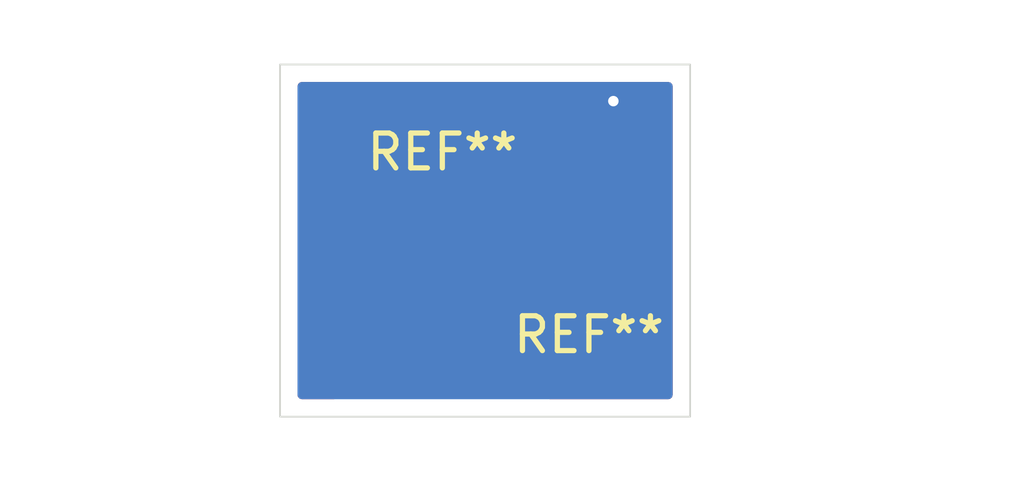
<source format=kicad_pcb>
(kicad_pcb (version 20221018) (generator pcbnew)
  (layers (0 "F.Cu" signal) (31 "B.Cu" signal) (34 "B.Paste" user) (35 "F.Paste" user) (36 "B.SilkS" user "B.Silkscreen") (37 "F.SilkS" user "F.Silkscreen") (38 "B.Mask" user) (39 "F.Mask" user) (44 "Edge.Cuts" user))
  (net 0 "")
  (net 1 "B")
  (net 2 "A")
  (footprint "Connector_Wire:SolderWirePad_1x01_SMD_1x2mm" (layer "F.Cu") (at 110.5 88.1)
    (fp_text reference "REF**" (at 0 -2.54) (layer "F.SilkS"))
    (fp_text value "SolderWirePad_1x01_SMD_1x2mm")
    (pad "1" smd roundrect (at 0 0) (size 1 2) (layers "F.Cu" "F.Paste" "F.Mask") (net 2 "A"))
  )
  (footprint "Connector_Wire:SolderWirePad_1x01_SMD_1x2mm" (layer "F.Cu") (at 114.5 88.15)
    (fp_text reference "REF**" (at 0.2 2.65) (layer "F.SilkS"))
    (fp_text value "SolderWirePad_1x01_SMD_1x2mm")
    (pad "1" smd roundrect (at 0 0) (size 1 2) (layers "F.Cu" "F.Paste" "F.Mask") (net 1 "B"))
  )
  (gr_rect (start 105.85 83.05) (end 117.6 93.15) (stroke (width 0.05)) (fill none) (layer "Edge.Cuts"))
  (via (at 115.4 84.1) (size 0.6) (drill 0.3) (layers "F.Cu" "B.Cu") (net 1))
  (zone (net 2) (net_name "A") (layer "F.Cu") (priority 1) (connect_pads (clearance 0.5)) (min_thickness 0.25) (fill yes (thermal_gap 0.5) (thermal_bridge_width 0.5))
    (polygon (pts (xy 108.290335 85.75) (xy 107.740335 92.05) (xy 113.240335 92.1) (xy 113.190335 85.65)))
  )
  (zone (net 1) (net_name "B") (layers "F&B.Cu") (connect_pads (clearance 0.5)) (min_thickness 0.25) (fill yes (thermal_gap 0.5) (thermal_bridge_width 0.5))
    (polygon (pts (xy 103.6 81.2) (xy 102.75 95.25) (xy 119.8 94) (xy 119.25 82.05)))
  )
)
</source>
